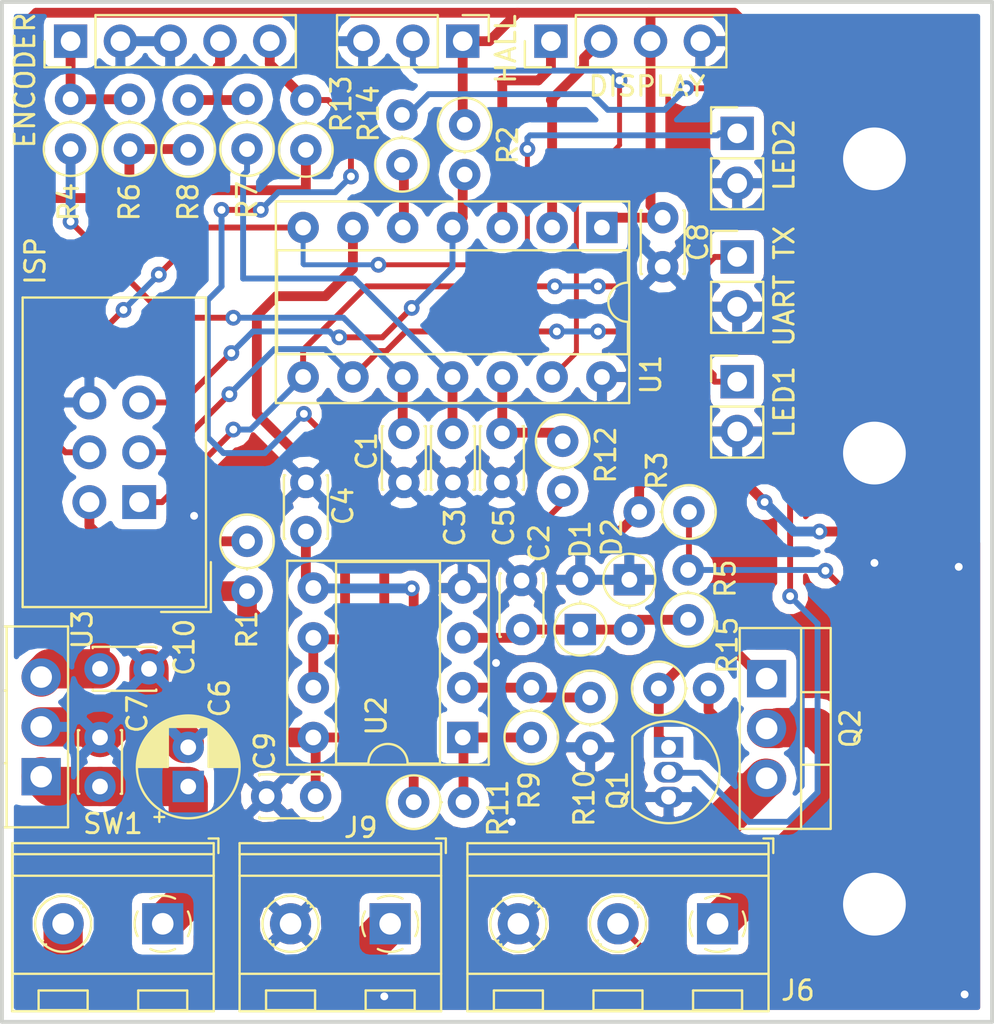
<source format=kicad_pcb>
(kicad_pcb (version 20171130) (host pcbnew 5.0.2-bee76a0~70~ubuntu18.04.1)
  (layers (0 F.Cu signal hide) (31 B.Cu signal hide) (34 B.Paste user) (35 F.Paste user) (36 B.SilkS user) (37 F.SilkS user) (38 B.Mask user) (39 F.Mask user) (44 Edge.Cuts user))
  (net 0 "")
  (net 1 PA3)
  (net 2 GND)
  (net 3 "Net-(C2-Pad2)")
  (net 4 PA2)
  (net 5 "Net-(C4-Pad2)")
  (net 6 PA1)
  (net 7 +12V)
  (net 8 +5V)
  (net 9 PA5)
  (net 10 "Net-(J1-Pad2)")
  (net 11 PA4)
  (net 12 PA6)
  (net 13 RESET)
  (net 14 TM1637_CLK)
  (net 15 TM1637_DIO)
  (net 16 HEIZELEMENT)
  (net 17 THERMOFUEHLER)
  (net 18 TASTER)
  (net 19 ENCODER_A)
  (net 20 ENCODER_B)
  (net 21 PA0)
  (net 22 "Net-(J9-Pad1)")
  (net 23 "Net-(Q1-Pad2)")
  (net 24 "Net-(Q1-Pad1)")
  (net 25 "Net-(R11-Pad2)")
  (net 26 "Net-(R10-Pad1)")
  (net 27 PB2)
  (net 28 PA7)
  (module MountingHole:MountingHole_3.2mm_M3_DIN965_Pad (layer F.Cu) (at 150 95)
    (fp_text reference " ~" (at 0 -3.8) (layer F.SilkS))
    (fp_text value MountingHole_3.2mm_M3_DIN965_Pad)
    (pad 1 thru_hole circle (at 0 0) (size 5.6 5.6) (drill 3.2) (layers *.Cu *.Mask) (net 2 GND))
  )
  (module MountingHole:MountingHole_3.2mm_M3_DIN965_Pad (layer F.Cu) (at 150 118)
    (fp_text reference " ~" (at 0 -3.8) (layer F.SilkS))
    (fp_text value MountingHole_3.2mm_M3_DIN965_Pad)
    (pad 1 thru_hole circle (at 0 0) (size 5.6 5.6) (drill 3.2) (layers *.Cu *.Mask) (net 2 GND))
  )
  (module Package_TO_SOT_THT:TO-220-3_Vertical (layer F.Cu) (at 107.5 111.5 90)
    (fp_text reference U3 (at 7.5 2.1 90) (layer F.SilkS))
    (fp_text value L7805)
    (pad 3 thru_hole oval (at 5.08 0 90) (size 1.905 2) (drill 1.1) (layers *.Cu *.Mask) (net 8 +5V))
    (pad 2 thru_hole oval (at 2.54 0 90) (size 1.905 2) (drill 1.1) (layers *.Cu *.Mask) (net 2 GND))
    (pad 1 thru_hole rect (at 0 0 90) (size 1.905 2) (drill 1.1) (layers *.Cu *.Mask) (net 7 +12V))
  )
  (module Capacitor_THT:CP_Radial_D5.0mm_P2.00mm (layer F.Cu) (at 115 112 90)
    (fp_text reference C6 (at 4.5 1.6 270) (layer F.SilkS))
    (fp_text value 100µ)
    (pad 1 thru_hole rect (at 0 0 90) (size 1.6 1.6) (drill 0.8) (layers *.Cu *.Mask) (net 7 +12V))
    (pad 2 thru_hole circle (at 2 0 90) (size 1.6 1.6) (drill 0.8) (layers *.Cu *.Mask) (net 2 GND))
  )
  (module Diode_THT:D_DO-35_SOD27_P2.54mm_Vertical_AnodeUp (layer F.Cu) (at 135 104 90)
    (fp_text reference D1 (at 4.6 0 90) (layer F.SilkS))
    (fp_text value D)
    (pad 2 thru_hole oval (at 2.54 0 90) (size 1.6 1.6) (drill 0.8) (layers *.Cu *.Mask) (net 2 GND))
    (pad 1 thru_hole rect (at 0 0 90) (size 1.6 1.6) (drill 0.8) (layers *.Cu *.Mask) (net 3 "Net-(C2-Pad2)"))
  )
  (module Diode_THT:D_DO-35_SOD27_P2.54mm_Vertical_AnodeUp (layer F.Cu) (at 137.5 101.46 270)
    (fp_text reference D2 (at -2.16 0.9 270) (layer F.SilkS))
    (fp_text value D)
    (pad 1 thru_hole rect (at 0 0 270) (size 1.6 1.6) (drill 0.8) (layers *.Cu *.Mask) (net 2 GND))
    (pad 2 thru_hole oval (at 2.54 0 270) (size 1.6 1.6) (drill 0.8) (layers *.Cu *.Mask) (net 3 "Net-(C2-Pad2)"))
  )
  (module Connector_IDC:IDC-Header_2x03_P2.54mm_Vertical (layer F.Cu) (at 112.5 97.5 180)
    (fp_text reference ISP (at 5.3 12.3 270) (layer F.SilkS))
    (fp_text value AVR-ISP-6)
    (pad 1 thru_hole rect (at 0 0 180) (size 1.7272 1.7272) (drill 1.016) (layers *.Cu *.Mask) (net 9 PA5))
    (pad 2 thru_hole oval (at 2.54 0 180) (size 1.7272 1.7272) (drill 1.016) (layers *.Cu *.Mask) (net 10 "Net-(J1-Pad2)"))
    (pad 3 thru_hole oval (at 0 2.54 180) (size 1.7272 1.7272) (drill 1.016) (layers *.Cu *.Mask) (net 11 PA4))
    (pad 4 thru_hole oval (at 2.54 2.54 180) (size 1.7272 1.7272) (drill 1.016) (layers *.Cu *.Mask) (net 12 PA6))
    (pad 5 thru_hole oval (at 0 5.08 180) (size 1.7272 1.7272) (drill 1.016) (layers *.Cu *.Mask) (net 13 RESET))
    (pad 6 thru_hole oval (at 2.54 5.08 180) (size 1.7272 1.7272) (drill 1.016) (layers *.Cu *.Mask) (net 2 GND))
  )
  (module Connector_PinHeader_2.54mm:PinHeader_1x02_P2.54mm_Vertical (layer F.Cu) (at 143 85)
    (fp_text reference "UART TX" (at 2.4 1.5 90) (layer F.SilkS))
    (fp_text value UART_TX)
    (pad 1 thru_hole rect (at 0 0) (size 1.7 1.7) (drill 1) (layers *.Cu *.Mask) (net 9 PA5))
    (pad 2 thru_hole oval (at 0 2.54) (size 1.7 1.7) (drill 1) (layers *.Cu *.Mask) (net 2 GND))
  )
  (module Connector_PinHeader_2.54mm:PinHeader_1x04_P2.54mm_Vertical (layer F.Cu) (at 133.5 74 90)
    (fp_text reference DISPLAY (at -2.3 4.9 180) (layer F.SilkS))
    (fp_text value TM1637_Display)
    (pad 1 thru_hole rect (at 0 0 90) (size 1.7 1.7) (drill 1) (layers *.Cu *.Mask) (net 14 TM1637_CLK))
    (pad 2 thru_hole oval (at 0 2.54 90) (size 1.7 1.7) (drill 1) (layers *.Cu *.Mask) (net 15 TM1637_DIO))
    (pad 3 thru_hole oval (at 0 5.08 90) (size 1.7 1.7) (drill 1) (layers *.Cu *.Mask) (net 8 +5V))
    (pad 4 thru_hole oval (at 0 7.62 90) (size 1.7 1.7) (drill 1) (layers *.Cu *.Mask) (net 2 GND))
  )
  (module Connector_PinHeader_2.54mm:PinHeader_1x02_P2.54mm_Vertical (layer F.Cu) (at 143 78.7)
    (fp_text reference LED2 (at 2.4 1.1 90) (layer F.SilkS))
    (fp_text value LED2)
    (pad 2 thru_hole oval (at 0 2.54) (size 1.7 1.7) (drill 1) (layers *.Cu *.Mask) (net 2 GND))
    (pad 1 thru_hole rect (at 0 0) (size 1.7 1.7) (drill 1) (layers *.Cu *.Mask) (net 12 PA6))
  )
  (module Connector_PinHeader_2.54mm:PinHeader_1x02_P2.54mm_Vertical (layer F.Cu) (at 143 91.36)
    (fp_text reference LED1 (at 2.4 1.04 90) (layer F.SilkS))
    (fp_text value LED1)
    (pad 1 thru_hole rect (at 0 0) (size 1.7 1.7) (drill 1) (layers *.Cu *.Mask) (net 11 PA4))
    (pad 2 thru_hole oval (at 0 2.54) (size 1.7 1.7) (drill 1) (layers *.Cu *.Mask) (net 2 GND))
  )
  (module TerminalBlock_RND:TerminalBlock_RND_205-00233_1x03_P5.08mm_Horizontal (layer F.Cu) (at 142 119 180)
    (fp_text reference J6 (at -4.1 -3.4 180) (layer F.SilkS))
    (fp_text value "Weller RT Loetspitze")
    (pad 1 thru_hole rect (at 0 0 180) (size 2.1 2.1) (drill 1.1) (layers *.Cu *.Mask) (net 16 HEIZELEMENT))
    (pad 2 thru_hole circle (at 5.08 0 180) (size 2.1 2.1) (drill 1.1) (layers *.Cu *.Mask) (net 17 THERMOFUEHLER))
    (pad 3 thru_hole circle (at 10.16 0 180) (size 2.1 2.1) (drill 1.1) (layers *.Cu *.Mask) (net 2 GND))
  )
  (module Connector_PinHeader_2.54mm:PinHeader_1x05_P2.54mm_Vertical (layer F.Cu) (at 109 74 90)
    (fp_text reference ENCODER (at -2 -2.33 90) (layer F.SilkS))
    (fp_text value Drehencoder)
    (pad 1 thru_hole rect (at 0 0 90) (size 1.7 1.7) (drill 1) (layers *.Cu *.Mask) (net 18 TASTER))
    (pad 2 thru_hole oval (at 0 2.54 90) (size 1.7 1.7) (drill 1) (layers *.Cu *.Mask) (net 2 GND))
    (pad 3 thru_hole oval (at 0 5.08 90) (size 1.7 1.7) (drill 1) (layers *.Cu *.Mask) (net 2 GND))
    (pad 4 thru_hole oval (at 0 7.62 90) (size 1.7 1.7) (drill 1) (layers *.Cu *.Mask) (net 19 ENCODER_A))
    (pad 5 thru_hole oval (at 0 10.16 90) (size 1.7 1.7) (drill 1) (layers *.Cu *.Mask) (net 20 ENCODER_B))
  )
  (module Connector_PinHeader_2.54mm:PinHeader_1x03_P2.54mm_Vertical (layer F.Cu) (at 129 74 270)
    (fp_text reference HALL (at 0.4 -2.2 270) (layer F.SilkS))
    (fp_text value Halterung_Detektion)
    (pad 1 thru_hole rect (at 0 0 270) (size 1.7 1.7) (drill 1) (layers *.Cu *.Mask) (net 8 +5V))
    (pad 2 thru_hole oval (at 0 2.54 270) (size 1.7 1.7) (drill 1) (layers *.Cu *.Mask) (net 21 PA0))
    (pad 3 thru_hole oval (at 0 5.08 270) (size 1.7 1.7) (drill 1) (layers *.Cu *.Mask) (net 2 GND))
  )
  (module TerminalBlock_RND:TerminalBlock_RND_205-00232_1x02_P5.08mm_Horizontal (layer F.Cu) (at 125.3 119 180)
    (fp_text reference J9 (at 1.5 4.9 180) (layer F.SilkS))
    (fp_text value Netzteil)
    (pad 1 thru_hole rect (at 0 0 180) (size 2.1 2.1) (drill 1.1) (layers *.Cu *.Mask) (net 22 "Net-(J9-Pad1)"))
    (pad 2 thru_hole circle (at 5.08 0 180) (size 2.1 2.1) (drill 1.1) (layers *.Cu *.Mask) (net 2 GND))
  )
  (module Package_TO_SOT_THT:TO-92_Inline (layer F.Cu) (at 139.5 110 270)
    (fp_text reference Q1 (at 2.2 2.6 270) (layer F.SilkS))
    (fp_text value BS170)
    (pad 2 thru_hole oval (at 1.27 0 270) (size 1.05 1.5) (drill 0.75) (layers *.Cu *.Mask) (net 23 "Net-(Q1-Pad2)"))
    (pad 3 thru_hole oval (at 2.54 0 270) (size 1.05 1.5) (drill 0.75) (layers *.Cu *.Mask) (net 2 GND))
    (pad 1 thru_hole rect (at 0 0 270) (size 1.05 1.5) (drill 0.75) (layers *.Cu *.Mask) (net 24 "Net-(Q1-Pad1)"))
  )
  (module Package_TO_SOT_THT:TO-220-3_Vertical (layer F.Cu) (at 144.5 106.5 270)
    (fp_text reference Q2 (at 2.54 -4.27 270) (layer F.SilkS))
    (fp_text value IRF4905)
    (pad 1 thru_hole rect (at 0 0 270) (size 1.905 2) (drill 1.1) (layers *.Cu *.Mask) (net 24 "Net-(Q1-Pad1)"))
    (pad 2 thru_hole oval (at 2.54 0 270) (size 1.905 2) (drill 1.1) (layers *.Cu *.Mask) (net 16 HEIZELEMENT))
    (pad 3 thru_hole oval (at 5.08 0 270) (size 1.905 2) (drill 1.1) (layers *.Cu *.Mask) (net 7 +12V))
  )
  (module Resistor_THT:R_Axial_DIN0207_L6.3mm_D2.5mm_P2.54mm_Vertical (layer F.Cu) (at 118 99.5 270)
    (fp_text reference R1 (at 4.5 0 270) (layer F.SilkS))
    (fp_text value 10)
    (pad 2 thru_hole oval (at 2.54 0 270) (size 1.6 1.6) (drill 0.8) (layers *.Cu *.Mask) (net 8 +5V))
    (pad 1 thru_hole circle (at 0 0 270) (size 1.6 1.6) (drill 0.8) (layers *.Cu *.Mask) (net 10 "Net-(J1-Pad2)"))
  )
  (module Resistor_THT:R_Axial_DIN0207_L6.3mm_D2.5mm_P2.54mm_Vertical (layer F.Cu) (at 129.1 78.26 270)
    (fp_text reference R2 (at 1.04 -2.2 270) (layer F.SilkS))
    (fp_text value 10k)
    (pad 1 thru_hole circle (at 0 0 270) (size 1.6 1.6) (drill 0.8) (layers *.Cu *.Mask) (net 8 +5V))
    (pad 2 thru_hole oval (at 2.54 0 270) (size 1.6 1.6) (drill 0.8) (layers *.Cu *.Mask) (net 13 RESET))
  )
  (module Resistor_THT:R_Axial_DIN0207_L6.3mm_D2.5mm_P2.54mm_Vertical (layer F.Cu) (at 140.54 98 180)
    (fp_text reference R3 (at 1.64 2.1 270) (layer F.SilkS))
    (fp_text value 1M)
    (pad 1 thru_hole circle (at 0 0 180) (size 1.6 1.6) (drill 0.8) (layers *.Cu *.Mask) (net 17 THERMOFUEHLER))
    (pad 2 thru_hole oval (at 2.54 0 180) (size 1.6 1.6) (drill 0.8) (layers *.Cu *.Mask) (net 8 +5V))
  )
  (module Resistor_THT:R_Axial_DIN0207_L6.3mm_D2.5mm_P2.54mm_Vertical (layer F.Cu) (at 109 79.5 90)
    (fp_text reference R4 (at -2.7 -0.1 90) (layer F.SilkS))
    (fp_text value 10k)
    (pad 2 thru_hole oval (at 2.54 0 90) (size 1.6 1.6) (drill 0.8) (layers *.Cu *.Mask) (net 18 TASTER))
    (pad 1 thru_hole circle (at 0 0 90) (size 1.6 1.6) (drill 0.8) (layers *.Cu *.Mask) (net 1 PA3))
  )
  (module Resistor_THT:R_Axial_DIN0207_L6.3mm_D2.5mm_P2.54mm_Vertical (layer F.Cu) (at 140.5 103.5 90)
    (fp_text reference R5 (at 2.1 1.9 90) (layer F.SilkS))
    (fp_text value 5.6k)
    (pad 1 thru_hole circle (at 0 0 90) (size 1.6 1.6) (drill 0.8) (layers *.Cu *.Mask) (net 3 "Net-(C2-Pad2)"))
    (pad 2 thru_hole oval (at 2.54 0 90) (size 1.6 1.6) (drill 0.8) (layers *.Cu *.Mask) (net 17 THERMOFUEHLER))
  )
  (module Resistor_THT:R_Axial_DIN0207_L6.3mm_D2.5mm_P2.54mm_Vertical (layer F.Cu) (at 112 79.5 90)
    (fp_text reference R6 (at -2.7 0 90) (layer F.SilkS))
    (fp_text value 10k)
    (pad 1 thru_hole circle (at 0 0 90) (size 1.6 1.6) (drill 0.8) (layers *.Cu *.Mask) (net 8 +5V))
    (pad 2 thru_hole oval (at 2.54 0 90) (size 1.6 1.6) (drill 0.8) (layers *.Cu *.Mask) (net 18 TASTER))
  )
  (module Resistor_THT:R_Axial_DIN0207_L6.3mm_D2.5mm_P2.54mm_Vertical (layer F.Cu) (at 118 79.5 90)
    (fp_text reference R7 (at -2.6 0 90) (layer F.SilkS))
    (fp_text value 10k)
    (pad 2 thru_hole oval (at 2.54 0 90) (size 1.6 1.6) (drill 0.8) (layers *.Cu *.Mask) (net 19 ENCODER_A))
    (pad 1 thru_hole circle (at 0 0 90) (size 1.6 1.6) (drill 0.8) (layers *.Cu *.Mask) (net 4 PA2))
  )
  (module Resistor_THT:R_Axial_DIN0207_L6.3mm_D2.5mm_P2.54mm_Vertical (layer F.Cu) (at 115 79.54 90)
    (fp_text reference R8 (at -2.66 0 90) (layer F.SilkS))
    (fp_text value 10k)
    (pad 1 thru_hole circle (at 0 0 90) (size 1.6 1.6) (drill 0.8) (layers *.Cu *.Mask) (net 8 +5V))
    (pad 2 thru_hole oval (at 2.54 0 90) (size 1.6 1.6) (drill 0.8) (layers *.Cu *.Mask) (net 19 ENCODER_A))
  )
  (module Resistor_THT:R_Axial_DIN0207_L6.3mm_D2.5mm_P2.54mm_Vertical (layer F.Cu) (at 132.5 109.5 90)
    (fp_text reference R9 (at -2.7 -0.1 90) (layer F.SilkS))
    (fp_text value 100k)
    (pad 1 thru_hole circle (at 0 0 90) (size 1.6 1.6) (drill 0.8) (layers *.Cu *.Mask) (net 25 "Net-(R11-Pad2)"))
    (pad 2 thru_hole oval (at 2.54 0 90) (size 1.6 1.6) (drill 0.8) (layers *.Cu *.Mask) (net 26 "Net-(R10-Pad1)"))
  )
  (module Resistor_THT:R_Axial_DIN0207_L6.3mm_D2.5mm_P2.54mm_Vertical (layer F.Cu) (at 135.5 107.46 270)
    (fp_text reference R10 (at 5.14 0.3 270) (layer F.SilkS))
    (fp_text value 1k)
    (pad 2 thru_hole oval (at 2.54 0 270) (size 1.6 1.6) (drill 0.8) (layers *.Cu *.Mask) (net 2 GND))
    (pad 1 thru_hole circle (at 0 0 270) (size 1.6 1.6) (drill 0.8) (layers *.Cu *.Mask) (net 26 "Net-(R10-Pad1)"))
  )
  (module Resistor_THT:R_Axial_DIN0207_L6.3mm_D2.5mm_P2.54mm_Vertical (layer F.Cu) (at 126.5 112.8)
    (fp_text reference R11 (at 4.3 0.3 90) (layer F.SilkS))
    (fp_text value 100k)
    (pad 2 thru_hole oval (at 2.54 0) (size 1.6 1.6) (drill 0.8) (layers *.Cu *.Mask) (net 25 "Net-(R11-Pad2)"))
    (pad 1 thru_hole circle (at 0 0) (size 1.6 1.6) (drill 0.8) (layers *.Cu *.Mask) (net 5 "Net-(C4-Pad2)"))
  )
  (module Resistor_THT:R_Axial_DIN0207_L6.3mm_D2.5mm_P2.54mm_Vertical (layer F.Cu) (at 134.1 94.4 270)
    (fp_text reference R12 (at 0.7 -2.2 270) (layer F.SilkS))
    (fp_text value 10k)
    (pad 1 thru_hole circle (at 0 0 270) (size 1.6 1.6) (drill 0.8) (layers *.Cu *.Mask) (net 6 PA1))
    (pad 2 thru_hole oval (at 2.54 0 270) (size 1.6 1.6) (drill 0.8) (layers *.Cu *.Mask) (net 20 ENCODER_B))
  )
  (module Resistor_THT:R_Axial_DIN0207_L6.3mm_D2.5mm_P2.54mm_Vertical (layer F.Cu) (at 121 79.54 90)
    (fp_text reference R13 (at 2.34 1.8 90) (layer F.SilkS))
    (fp_text value 10k)
    (pad 2 thru_hole oval (at 2.54 0 90) (size 1.6 1.6) (drill 0.8) (layers *.Cu *.Mask) (net 20 ENCODER_B))
    (pad 1 thru_hole circle (at 0 0 90) (size 1.6 1.6) (drill 0.8) (layers *.Cu *.Mask) (net 8 +5V))
  )
  (module Resistor_THT:R_Axial_DIN0207_L6.3mm_D2.5mm_P2.54mm_Vertical (layer F.Cu) (at 125.9 80.3 90)
    (fp_text reference R14 (at 2.6 -1.7 90) (layer F.SilkS))
    (fp_text value 220)
    (pad 2 thru_hole oval (at 2.54 0 90) (size 1.6 1.6) (drill 0.8) (layers *.Cu *.Mask) (net 23 "Net-(Q1-Pad2)"))
    (pad 1 thru_hole circle (at 0 0 90) (size 1.6 1.6) (drill 0.8) (layers *.Cu *.Mask) (net 27 PB2))
  )
  (module Resistor_THT:R_Axial_DIN0207_L6.3mm_D2.5mm_P2.54mm_Vertical (layer F.Cu) (at 139 107)
    (fp_text reference R15 (at 3.5 -2.2 90) (layer F.SilkS))
    (fp_text value 1k)
    (pad 1 thru_hole circle (at 0 0) (size 1.6 1.6) (drill 0.8) (layers *.Cu *.Mask) (net 24 "Net-(Q1-Pad1)"))
    (pad 2 thru_hole oval (at 2.54 0) (size 1.6 1.6) (drill 0.8) (layers *.Cu *.Mask) (net 7 +12V))
  )
  (module TerminalBlock_RND:TerminalBlock_RND_205-00232_1x02_P5.08mm_Horizontal (layer F.Cu) (at 113.7 119 180)
    (fp_text reference SW1 (at 2.54 5.1 180) (layer F.SilkS))
    (fp_text value SW_SPST)
    (pad 2 thru_hole circle (at 5.08 0 180) (size 2.1 2.1) (drill 1.1) (layers *.Cu *.Mask) (net 22 "Net-(J9-Pad1)"))
    (pad 1 thru_hole rect (at 0 0 180) (size 2.1 2.1) (drill 1.1) (layers *.Cu *.Mask) (net 7 +12V))
  )
  (module Package_DIP:DIP-14_W7.62mm_Socket (layer F.Cu) (at 136.1 83.5 270)
    (fp_text reference U1 (at 7.5 -2.5 270) (layer F.SilkS))
    (fp_text value ATtiny24A-PU)
    (pad 1 thru_hole rect (at 0 0 270) (size 1.6 1.6) (drill 0.8) (layers *.Cu *.Mask) (net 8 +5V))
    (pad 8 thru_hole oval (at 7.62 15.24 270) (size 1.6 1.6) (drill 0.8) (layers *.Cu *.Mask) (net 9 PA5))
    (pad 2 thru_hole oval (at 0 2.54 270) (size 1.6 1.6) (drill 0.8) (layers *.Cu *.Mask) (net 15 TM1637_DIO))
    (pad 9 thru_hole oval (at 7.62 12.7 270) (size 1.6 1.6) (drill 0.8) (layers *.Cu *.Mask) (net 11 PA4))
    (pad 3 thru_hole oval (at 0 5.08 270) (size 1.6 1.6) (drill 0.8) (layers *.Cu *.Mask) (net 14 TM1637_CLK))
    (pad 10 thru_hole oval (at 7.62 10.16 270) (size 1.6 1.6) (drill 0.8) (layers *.Cu *.Mask) (net 1 PA3))
    (pad 4 thru_hole oval (at 0 7.62 270) (size 1.6 1.6) (drill 0.8) (layers *.Cu *.Mask) (net 13 RESET))
    (pad 11 thru_hole oval (at 7.62 7.62 270) (size 1.6 1.6) (drill 0.8) (layers *.Cu *.Mask) (net 4 PA2))
    (pad 5 thru_hole oval (at 0 10.16 270) (size 1.6 1.6) (drill 0.8) (layers *.Cu *.Mask) (net 27 PB2))
    (pad 12 thru_hole oval (at 7.62 5.08 270) (size 1.6 1.6) (drill 0.8) (layers *.Cu *.Mask) (net 6 PA1))
    (pad 6 thru_hole oval (at 0 12.7 270) (size 1.6 1.6) (drill 0.8) (layers *.Cu *.Mask) (net 28 PA7))
    (pad 13 thru_hole oval (at 7.62 2.54 270) (size 1.6 1.6) (drill 0.8) (layers *.Cu *.Mask) (net 21 PA0))
    (pad 7 thru_hole oval (at 0 15.24 270) (size 1.6 1.6) (drill 0.8) (layers *.Cu *.Mask) (net 12 PA6))
    (pad 14 thru_hole oval (at 7.62 0 270) (size 1.6 1.6) (drill 0.8) (layers *.Cu *.Mask) (net 2 GND))
  )
  (module Package_DIP:DIP-8_W7.62mm_Socket (layer F.Cu) (at 129 109.5 180)
    (fp_text reference U2 (at 4.4 1.1 270) (layer F.SilkS))
    (fp_text value MCP607)
    (pad 1 thru_hole rect (at 0 0 180) (size 1.6 1.6) (drill 0.8) (layers *.Cu *.Mask) (net 25 "Net-(R11-Pad2)"))
    (pad 5 thru_hole oval (at 7.62 7.62 180) (size 1.6 1.6) (drill 0.8) (layers *.Cu *.Mask) (net 5 "Net-(C4-Pad2)"))
    (pad 2 thru_hole oval (at 0 2.54 180) (size 1.6 1.6) (drill 0.8) (layers *.Cu *.Mask) (net 26 "Net-(R10-Pad1)"))
    (pad 6 thru_hole oval (at 7.62 5.08 180) (size 1.6 1.6) (drill 0.8) (layers *.Cu *.Mask) (net 28 PA7))
    (pad 3 thru_hole oval (at 0 5.08 180) (size 1.6 1.6) (drill 0.8) (layers *.Cu *.Mask) (net 3 "Net-(C2-Pad2)"))
    (pad 7 thru_hole oval (at 7.62 2.54 180) (size 1.6 1.6) (drill 0.8) (layers *.Cu *.Mask) (net 28 PA7))
    (pad 4 thru_hole oval (at 0 7.62 180) (size 1.6 1.6) (drill 0.8) (layers *.Cu *.Mask) (net 2 GND))
    (pad 8 thru_hole oval (at 7.62 0 180) (size 1.6 1.6) (drill 0.8) (layers *.Cu *.Mask) (net 8 +5V))
  )
  (module Capacitor_THT:C_Disc_D3.0mm_W2.0mm_P2.50mm (layer F.Cu) (at 126 94 270)
    (fp_text reference C1 (at 0.9 1.9 270) (layer F.SilkS))
    (fp_text value 10n)
    (pad 1 thru_hole circle (at 0 0 270) (size 1.6 1.6) (drill 0.8) (layers *.Cu *.Mask) (net 1 PA3))
    (pad 2 thru_hole circle (at 2.5 0 270) (size 1.6 1.6) (drill 0.8) (layers *.Cu *.Mask) (net 2 GND))
  )
  (module Capacitor_THT:C_Disc_D3.0mm_W2.0mm_P2.50mm (layer F.Cu) (at 132 101.5 270)
    (fp_text reference C2 (at -1.9 -0.9 270) (layer F.SilkS))
    (fp_text value 10n)
    (pad 1 thru_hole circle (at 0 0 270) (size 1.6 1.6) (drill 0.8) (layers *.Cu *.Mask) (net 2 GND))
    (pad 2 thru_hole circle (at 2.5 0 270) (size 1.6 1.6) (drill 0.8) (layers *.Cu *.Mask) (net 3 "Net-(C2-Pad2)"))
  )
  (module Capacitor_THT:C_Disc_D3.0mm_W2.0mm_P2.50mm (layer F.Cu) (at 128.5 94 270)
    (fp_text reference C3 (at 4.8 -0.1 270) (layer F.SilkS))
    (fp_text value 10n)
    (pad 1 thru_hole circle (at 0 0 270) (size 1.6 1.6) (drill 0.8) (layers *.Cu *.Mask) (net 4 PA2))
    (pad 2 thru_hole circle (at 2.5 0 270) (size 1.6 1.6) (drill 0.8) (layers *.Cu *.Mask) (net 2 GND))
  )
  (module Capacitor_THT:C_Disc_D3.0mm_W2.0mm_P2.50mm (layer F.Cu) (at 121 96.5 270)
    (fp_text reference C4 (at 1.2 -1.9 270) (layer F.SilkS))
    (fp_text value 10n)
    (pad 2 thru_hole circle (at 2.5 0 270) (size 1.6 1.6) (drill 0.8) (layers *.Cu *.Mask) (net 5 "Net-(C4-Pad2)"))
    (pad 1 thru_hole circle (at 0 0 270) (size 1.6 1.6) (drill 0.8) (layers *.Cu *.Mask) (net 2 GND))
  )
  (module Capacitor_THT:C_Disc_D3.0mm_W2.0mm_P2.50mm (layer F.Cu) (at 131 94 270)
    (fp_text reference C5 (at 4.8 -0.1 270) (layer F.SilkS))
    (fp_text value 10n)
    (pad 2 thru_hole circle (at 2.5 0 270) (size 1.6 1.6) (drill 0.8) (layers *.Cu *.Mask) (net 2 GND))
    (pad 1 thru_hole circle (at 0 0 270) (size 1.6 1.6) (drill 0.8) (layers *.Cu *.Mask) (net 6 PA1))
  )
  (module Capacitor_THT:C_Disc_D3.0mm_W2.0mm_P2.50mm (layer F.Cu) (at 110.5 112 90)
    (fp_text reference C7 (at 3.7 1.9 90) (layer F.SilkS))
    (fp_text value 330n)
    (pad 1 thru_hole circle (at 0 0 90) (size 1.6 1.6) (drill 0.8) (layers *.Cu *.Mask) (net 7 +12V))
    (pad 2 thru_hole circle (at 2.5 0 90) (size 1.6 1.6) (drill 0.8) (layers *.Cu *.Mask) (net 2 GND))
  )
  (module Capacitor_THT:C_Disc_D3.0mm_W2.0mm_P2.50mm (layer F.Cu) (at 139.2 83 270)
    (fp_text reference C8 (at 1.25 -1.8 270) (layer F.SilkS))
    (fp_text value 100n)
    (pad 2 thru_hole circle (at 2.5 0 270) (size 1.6 1.6) (drill 0.8) (layers *.Cu *.Mask) (net 2 GND))
    (pad 1 thru_hole circle (at 0 0 270) (size 1.6 1.6) (drill 0.8) (layers *.Cu *.Mask) (net 8 +5V))
  )
  (module Capacitor_THT:C_Disc_D3.0mm_W2.0mm_P2.50mm (layer F.Cu) (at 121.5 112.5 180)
    (fp_text reference C9 (at 2.6 2.3 270) (layer F.SilkS))
    (fp_text value 100n)
    (pad 1 thru_hole circle (at 0 0 180) (size 1.6 1.6) (drill 0.8) (layers *.Cu *.Mask) (net 8 +5V))
    (pad 2 thru_hole circle (at 2.5 0 180) (size 1.6 1.6) (drill 0.8) (layers *.Cu *.Mask) (net 2 GND))
  )
  (module Capacitor_THT:C_Disc_D3.0mm_W2.0mm_P2.50mm (layer F.Cu) (at 110.5 106)
    (fp_text reference C10 (at 4.3 -1.1 90) (layer F.SilkS))
    (fp_text value 100n)
    (pad 2 thru_hole circle (at 2.5 0) (size 1.6 1.6) (drill 0.8) (layers *.Cu *.Mask) (net 2 GND))
    (pad 1 thru_hole circle (at 0 0) (size 1.6 1.6) (drill 0.8) (layers *.Cu *.Mask) (net 8 +5V))
  )
  (module MountingHole:MountingHole_3.2mm_M3_DIN965_Pad (layer F.Cu) (at 150 80)
    (fp_text reference " ~" (at 0 -3.8) (layer F.SilkS))
    (fp_text value MountingHole_3.2mm_M3_DIN965_Pad)
    (pad 1 thru_hole circle (at 0 0) (size 5.6 5.6) (drill 3.2) (layers *.Cu *.Mask) (net 2 GND))
  )
  (gr_line (start 105.5 124) (end 105.5 72) (layer Edge.Cuts) (width 0.2))
  (gr_line (start 156 72) (end 105.5 72) (layer Edge.Cuts) (width 0.2))
  (gr_line (start 156 124) (end 156 72) (layer Edge.Cuts) (width 0.2))
  (gr_line (start 105.5 124) (end 156 124) (layer Edge.Cuts) (width 0.2))
  (segment (start 125.94 93.94) (end 126 94) (width 0.5) (layer F.Cu) (net 1))
  (segment (start 125.94 91.12) (end 125.94 93.94) (width 0.5) (layer F.Cu) (net 1))
  (via (at 109 83.2) (size 0.8) (drill 0.4) (layers F.Cu B.Cu) (net 1))
  (segment (start 109 79.5) (end 109 83.2) (width 0.5) (layer B.Cu) (net 1))
  (via (at 117.3 88.1) (size 0.8) (drill 0.4) (layers F.Cu B.Cu) (net 1))
  (segment (start 125.94 91.12) (end 122.92 88.1) (width 0.3) (layer B.Cu) (net 1))
  (segment (start 122.92 88.1) (end 117.3 88.1) (width 0.3) (layer B.Cu) (net 1))
  (segment (start 113.9 88.1) (end 109 83.2) (width 0.3) (layer F.Cu) (net 1))
  (segment (start 117.3 88.1) (end 113.9 88.1) (width 0.3) (layer F.Cu) (net 1))
  (segment (start 113 108) (end 114.79999 109.79999) (width 2) (layer F.Cu) (net 2))
  (segment (start 113 106) (end 113 108) (width 2) (layer F.Cu) (net 2))
  (segment (start 112 108) (end 113 108) (width 2) (layer F.Cu) (net 2))
  (segment (start 110.5 109.5) (end 112 108) (width 2) (layer F.Cu) (net 2))
  (via (at 150 100.6) (size 0.8) (drill 0.4) (layers F.Cu B.Cu) (net 2))
  (via (at 154.3 100.8) (size 0.8) (drill 0.4) (layers F.Cu B.Cu) (net 2))
  (via (at 154.6 122.6) (size 0.8) (drill 0.4) (layers F.Cu B.Cu) (net 2))
  (via (at 125 122.7) (size 0.8) (drill 0.4) (layers F.Cu B.Cu) (net 2))
  (via (at 130.7 105.7) (size 0.8) (drill 0.4) (layers F.Cu B.Cu) (net 2))
  (via (at 131.5 113.8) (size 0.8) (drill 0.4) (layers F.Cu B.Cu) (net 2))
  (via (at 115.3 98.2) (size 0.8) (drill 0.4) (layers F.Cu B.Cu) (net 2))
  (segment (start 109.96 108.96) (end 110.5 109.5) (width 2) (layer F.Cu) (net 2))
  (segment (start 107.5 108.96) (end 109.96 108.96) (width 2) (layer F.Cu) (net 2))
  (segment (start 138 103.5) (end 137.5 104) (width 0.5) (layer F.Cu) (net 3))
  (segment (start 140.5 103.5) (end 138 103.5) (width 0.5) (layer F.Cu) (net 3))
  (segment (start 132 104) (end 137.5 104) (width 0.5) (layer F.Cu) (net 3))
  (segment (start 131.58 104.42) (end 132 104) (width 0.5) (layer F.Cu) (net 3))
  (segment (start 129 104.42) (end 131.58 104.42) (width 0.5) (layer F.Cu) (net 3))
  (segment (start 128.48 93.98) (end 128.5 94) (width 0.5) (layer F.Cu) (net 4))
  (segment (start 128.48 91.12) (end 128.48 93.98) (width 0.5) (layer F.Cu) (net 4))
  (segment (start 128.48 91.12) (end 123.46 86.1) (width 0.3) (layer B.Cu) (net 4))
  (segment (start 118 80.63137) (end 117.8 80.83137) (width 0.3) (layer B.Cu) (net 4))
  (segment (start 118 79.5) (end 118 80.63137) (width 0.3) (layer B.Cu) (net 4))
  (segment (start 117.8 80.83137) (end 117.8 86.1) (width 0.3) (layer B.Cu) (net 4))
  (segment (start 117.8 86.1) (end 123.46 86.1) (width 0.3) (layer B.Cu) (net 4))
  (segment (start 121 101.5) (end 121.38 101.88) (width 0.5) (layer F.Cu) (net 5))
  (segment (start 121 99) (end 121 101.5) (width 0.5) (layer F.Cu) (net 5))
  (via (at 126.4 101.9) (size 0.8) (drill 0.4) (layers F.Cu B.Cu) (net 5))
  (segment (start 126.5 113) (end 126.5 102) (width 0.5) (layer F.Cu) (net 5))
  (segment (start 126.5 102) (end 126.4 101.9) (width 0.5) (layer F.Cu) (net 5))
  (segment (start 121.4 101.9) (end 121.38 101.88) (width 0.5) (layer B.Cu) (net 5))
  (segment (start 126.4 101.9) (end 121.4 101.9) (width 0.5) (layer B.Cu) (net 5))
  (segment (start 131.02 93.98) (end 131 94) (width 0.5) (layer F.Cu) (net 6))
  (segment (start 131.02 91.12) (end 131.02 93.98) (width 0.5) (layer F.Cu) (net 6))
  (segment (start 131.04 93.96) (end 131 94) (width 0.5) (layer F.Cu) (net 6))
  (segment (start 133.74 94.4) (end 133.3 93.96) (width 0.3) (layer F.Cu) (net 6))
  (segment (start 134.1 94.4) (end 133.74 94.4) (width 0.3) (layer F.Cu) (net 6))
  (segment (start 134 93.96) (end 133.3 93.96) (width 0.5) (layer F.Cu) (net 6))
  (segment (start 133.3 93.96) (end 131.04 93.96) (width 0.5) (layer F.Cu) (net 6))
  (segment (start 115 117.7) (end 113.7 119) (width 2) (layer F.Cu) (net 7))
  (segment (start 110.5 112) (end 115 112) (width 2) (layer F.Cu) (net 7))
  (segment (start 108 112) (end 110.5 112) (width 2) (layer F.Cu) (net 7))
  (segment (start 107.5 111.5) (end 108 112) (width 2) (layer F.Cu) (net 7))
  (segment (start 140.0325 116) (end 115 116) (width 2) (layer F.Cu) (net 7))
  (segment (start 144.4525 111.58) (end 140.0325 116) (width 2) (layer F.Cu) (net 7))
  (segment (start 144.5 111.58) (end 144.4525 111.58) (width 2) (layer F.Cu) (net 7))
  (segment (start 115 112) (end 115 116) (width 2) (layer F.Cu) (net 7))
  (segment (start 115 116) (end 115 117.7) (width 2) (layer F.Cu) (net 7))
  (segment (start 141.9 110.48) (end 143 111.58) (width 0.5) (layer F.Cu) (net 7))
  (segment (start 143 111.58) (end 144.5 111.58) (width 0.5) (layer F.Cu) (net 7))
  (segment (start 141.9 108.49137) (end 141.9 110.48) (width 0.5) (layer F.Cu) (net 7))
  (segment (start 141.54 108.13137) (end 141.9 108.49137) (width 0.5) (layer F.Cu) (net 7))
  (segment (start 141.54 107) (end 141.54 108.13137) (width 0.5) (layer F.Cu) (net 7))
  (segment (start 121.5 109.62) (end 121.38 109.5) (width 0.5) (layer F.Cu) (net 8))
  (segment (start 121.5 112.5) (end 121.5 109.62) (width 0.5) (layer F.Cu) (net 8))
  (segment (start 121.38 109.5) (end 125 109.5) (width 0.5) (layer F.Cu) (net 8))
  (segment (start 125 109.5) (end 125 99) (width 0.5) (layer F.Cu) (net 8))
  (segment (start 137 99) (end 138 98) (width 0.5) (layer F.Cu) (net 8))
  (segment (start 125 99) (end 137 99) (width 0.5) (layer F.Cu) (net 8))
  (segment (start 138.58 82.38) (end 139.2 83) (width 0.5) (layer F.Cu) (net 8))
  (segment (start 138.58 74) (end 138.58 82.38) (width 0.5) (layer F.Cu) (net 8))
  (segment (start 136.6 83) (end 136.1 83.5) (width 0.5) (layer F.Cu) (net 8))
  (segment (start 139.2 83) (end 136.6 83) (width 0.5) (layer F.Cu) (net 8))
  (segment (start 129 74) (end 129 78.46) (width 0.5) (layer F.Cu) (net 8))
  (segment (start 130.35 74) (end 131.79999 72.55001) (width 0.5) (layer F.Cu) (net 8))
  (segment (start 129 74) (end 130.35 74) (width 0.5) (layer F.Cu) (net 8))
  (segment (start 131.79999 72.55001) (end 138.5 72.55001) (width 0.5) (layer F.Cu) (net 8))
  (segment (start 138.58 72.63001) (end 138.58 74) (width 0.5) (layer F.Cu) (net 8))
  (segment (start 138.5 72.55001) (end 138.58 72.63001) (width 0.5) (layer F.Cu) (net 8))
  (segment (start 112 81.9) (end 112 79.5) (width 0.5) (layer F.Cu) (net 8))
  (segment (start 107.24999 72.55001) (end 107 72.8) (width 0.5) (layer F.Cu) (net 8))
  (segment (start 131.79999 72.55001) (end 107.24999 72.55001) (width 0.5) (layer F.Cu) (net 8))
  (segment (start 107 72.8) (end 107 81.1) (width 0.5) (layer F.Cu) (net 8))
  (segment (start 107 81.1) (end 107.9 82) (width 0.5) (layer F.Cu) (net 8))
  (segment (start 107.9 82) (end 111.9 82) (width 0.5) (layer F.Cu) (net 8))
  (segment (start 111.9 82) (end 112 81.9) (width 0.5) (layer F.Cu) (net 8))
  (segment (start 114.96 79.5) (end 115 79.54) (width 0.5) (layer F.Cu) (net 8))
  (segment (start 112 79.5) (end 114.96 79.5) (width 0.5) (layer F.Cu) (net 8))
  (segment (start 112.3 81.6) (end 111.9 82) (width 0.5) (layer F.Cu) (net 8))
  (segment (start 121 79.54) (end 121 81.6) (width 0.5) (layer F.Cu) (net 8))
  (segment (start 121 81.6) (end 112.3 81.6) (width 0.5) (layer F.Cu) (net 8))
  (segment (start 118 102.04) (end 112.46 102.04) (width 1) (layer F.Cu) (net 8))
  (segment (start 110.5 104) (end 110.5 106) (width 1) (layer F.Cu) (net 8))
  (segment (start 112.46 102.04) (end 110.5 104) (width 1) (layer F.Cu) (net 8))
  (segment (start 138.5 72.55001) (end 142.85001 72.55001) (width 0.5) (layer F.Cu) (net 8))
  (segment (start 142.85001 72.55001) (end 144.5 74.2) (width 0.5) (layer F.Cu) (net 8))
  (segment (start 144.5 74.2) (end 152 74.2) (width 0.5) (layer F.Cu) (net 8))
  (segment (start 152 74.2) (end 154.5 76.7) (width 0.5) (layer F.Cu) (net 8))
  (segment (start 154.5 76.7) (end 154.8 77) (width 0.5) (layer F.Cu) (net 8))
  (segment (start 154.8 77) (end 154.8 98.8) (width 0.5) (layer F.Cu) (net 8))
  (via (at 147.2 99) (size 0.8) (drill 0.4) (layers F.Cu B.Cu) (net 8))
  (segment (start 154.8 98.8) (end 154.6 99) (width 0.5) (layer F.Cu) (net 8))
  (segment (start 154.6 99) (end 147.2 99) (width 0.5) (layer F.Cu) (net 8))
  (via (at 144.4 97.5) (size 0.8) (drill 0.4) (layers F.Cu B.Cu) (net 8))
  (segment (start 147.2 99) (end 145.9 99) (width 0.5) (layer B.Cu) (net 8))
  (segment (start 145.9 99) (end 144.4 97.5) (width 0.5) (layer B.Cu) (net 8))
  (segment (start 138 97) (end 138 98) (width 0.5) (layer F.Cu) (net 8))
  (segment (start 138 96.7) (end 138 97) (width 0.5) (layer F.Cu) (net 8))
  (segment (start 138.9 95.8) (end 138 96.7) (width 0.5) (layer F.Cu) (net 8))
  (segment (start 144.4 97.5) (end 142.7 95.8) (width 0.5) (layer F.Cu) (net 8))
  (segment (start 142.7 95.8) (end 138.9 95.8) (width 0.5) (layer F.Cu) (net 8))
  (segment (start 118 103.17137) (end 118.7 103.87137) (width 1) (layer F.Cu) (net 8))
  (segment (start 118 102.04) (end 118 103.17137) (width 1) (layer F.Cu) (net 8))
  (segment (start 118.7 103.87137) (end 118.7 109.4) (width 1) (layer F.Cu) (net 8))
  (segment (start 118.8 109.5) (end 121.38 109.5) (width 1) (layer F.Cu) (net 8))
  (segment (start 118.7 109.4) (end 118.8 109.5) (width 1) (layer F.Cu) (net 8))
  (segment (start 107.92 106) (end 107.5 106.42) (width 2) (layer F.Cu) (net 8))
  (segment (start 110.5 106) (end 107.92 106) (width 2) (layer F.Cu) (net 8))
  (segment (start 120.86 91.12) (end 120.86 89.74) (width 0.3) (layer F.Cu) (net 9))
  (via (at 133.7 86.5) (size 0.8) (drill 0.4) (layers F.Cu B.Cu) (net 9))
  (segment (start 120.86 89.74) (end 124.1 86.5) (width 0.3) (layer F.Cu) (net 9))
  (segment (start 124.1 86.5) (end 133.7 86.5) (width 0.3) (layer F.Cu) (net 9))
  (via (at 135.9 86.5) (size 0.8) (drill 0.4) (layers F.Cu B.Cu) (net 9))
  (segment (start 133.7 86.5) (end 135.9 86.5) (width 0.3) (layer B.Cu) (net 9))
  (segment (start 135.9 86.5) (end 137.2 86.5) (width 0.3) (layer F.Cu) (net 9))
  (segment (start 137.2 86.5) (end 138.1 87.4) (width 0.3) (layer F.Cu) (net 9))
  (segment (start 141.85 85) (end 143 85) (width 0.3) (layer F.Cu) (net 9))
  (segment (start 139.45 87.4) (end 141.85 85) (width 0.3) (layer F.Cu) (net 9))
  (segment (start 138.1 87.4) (end 139.45 87.4) (width 0.3) (layer F.Cu) (net 9))
  (via (at 117.3 93.8) (size 0.8) (drill 0.4) (layers F.Cu B.Cu) (net 9))
  (segment (start 117.3 93.8636) (end 117.3 93.8) (width 0.3) (layer F.Cu) (net 9))
  (segment (start 112.5 97.5) (end 113.6636 97.5) (width 0.3) (layer F.Cu) (net 9))
  (segment (start 113.6636 97.5) (end 117.3 93.8636) (width 0.3) (layer F.Cu) (net 9))
  (segment (start 118.18 93.8) (end 120.86 91.12) (width 0.3) (layer B.Cu) (net 9))
  (segment (start 117.3 93.8) (end 118.18 93.8) (width 0.3) (layer B.Cu) (net 9))
  (segment (start 116.86863 99.5) (end 118 99.5) (width 0.5) (layer F.Cu) (net 10))
  (segment (start 110.738686 99.5) (end 116.86863 99.5) (width 0.5) (layer F.Cu) (net 10))
  (segment (start 109.96 98.721314) (end 110.738686 99.5) (width 0.5) (layer F.Cu) (net 10))
  (segment (start 109.96 97.5) (end 109.96 98.721314) (width 0.5) (layer F.Cu) (net 10))
  (via (at 117.1 92) (size 0.8) (drill 0.4) (layers F.Cu B.Cu) (net 11))
  (segment (start 112.5 94.96) (end 114.14 94.96) (width 0.3) (layer F.Cu) (net 11))
  (segment (start 114.14 94.96) (end 117.1 92) (width 0.3) (layer F.Cu) (net 11))
  (segment (start 121.98 89.7) (end 123.4 91.12) (width 0.3) (layer B.Cu) (net 11))
  (segment (start 117.1 92) (end 119.4 89.7) (width 0.3) (layer B.Cu) (net 11))
  (segment (start 119.4 89.7) (end 121.98 89.7) (width 0.3) (layer B.Cu) (net 11))
  (segment (start 123.4 91.12) (end 124.72 89.8) (width 0.3) (layer F.Cu) (net 11))
  (segment (start 124.72 89.8) (end 124.9 89.8) (width 0.3) (layer F.Cu) (net 11))
  (segment (start 124.9 89.8) (end 125.1 89.8) (width 0.3) (layer F.Cu) (net 11))
  (segment (start 125.1 89.8) (end 125.9 89) (width 0.3) (layer F.Cu) (net 11))
  (via (at 133.8 88.8) (size 0.8) (drill 0.4) (layers F.Cu B.Cu) (net 11))
  (segment (start 125.9 89) (end 126.1 88.8) (width 0.3) (layer F.Cu) (net 11))
  (segment (start 126.1 88.8) (end 133.8 88.8) (width 0.3) (layer F.Cu) (net 11))
  (via (at 135.9 88.8) (size 0.8) (drill 0.4) (layers F.Cu B.Cu) (net 11))
  (segment (start 133.8 88.8) (end 135.9 88.8) (width 0.3) (layer B.Cu) (net 11))
  (segment (start 135.9 88.8) (end 139.6 88.8) (width 0.3) (layer F.Cu) (net 11))
  (segment (start 139.6 88.8) (end 141.8 91) (width 0.3) (layer F.Cu) (net 11))
  (segment (start 141.85 91.36) (end 143 91.36) (width 0.3) (layer F.Cu) (net 11))
  (segment (start 141.8 91.31) (end 141.85 91.36) (width 0.3) (layer F.Cu) (net 11))
  (segment (start 141.8 91) (end 141.8 91.31) (width 0.3) (layer F.Cu) (net 11))
  (via (at 132.3 79.5) (size 0.8) (drill 0.4) (layers F.Cu B.Cu) (net 12))
  (segment (start 132.3 79.5) (end 132.3 84.5) (width 0.25) (layer F.Cu) (net 12))
  (via (at 124.7 85.4) (size 0.8) (drill 0.4) (layers F.Cu B.Cu) (net 12))
  (segment (start 132.3 84.5) (end 131.4 85.4) (width 0.25) (layer F.Cu) (net 12))
  (segment (start 131.4 85.4) (end 124.7 85.4) (width 0.25) (layer F.Cu) (net 12))
  (segment (start 120.86 85.36) (end 120.86 83.5) (width 0.25) (layer B.Cu) (net 12))
  (segment (start 124.7 85.4) (end 120.9 85.4) (width 0.25) (layer B.Cu) (net 12))
  (segment (start 120.9 85.4) (end 120.86 85.36) (width 0.25) (layer B.Cu) (net 12))
  (segment (start 108.738686 94.96) (end 108.1 94.321314) (width 0.3) (layer F.Cu) (net 12))
  (segment (start 109.96 94.96) (end 108.738686 94.96) (width 0.3) (layer F.Cu) (net 12))
  (segment (start 108.1 94.321314) (end 108.1 91.3) (width 0.3) (layer F.Cu) (net 12))
  (via (at 111.7 87.7) (size 0.8) (drill 0.4) (layers F.Cu B.Cu) (net 12))
  (segment (start 108.1 91.3) (end 111.7 87.7) (width 0.3) (layer F.Cu) (net 12))
  (via (at 113.5 85.9) (size 0.8) (drill 0.4) (layers F.Cu B.Cu) (net 12))
  (segment (start 111.7 87.7) (end 113.5 85.9) (width 0.3) (layer B.Cu) (net 12))
  (segment (start 115.9 83.5) (end 120.86 83.5) (width 0.3) (layer F.Cu) (net 12))
  (segment (start 113.5 85.9) (end 115.9 83.5) (width 0.3) (layer F.Cu) (net 12))
  (segment (start 142 78.8) (end 142.1 78.7) (width 0.3) (layer B.Cu) (net 12))
  (segment (start 142.1 78.7) (end 143 78.7) (width 0.3) (layer B.Cu) (net 12))
  (segment (start 132.434315 78.8) (end 142 78.8) (width 0.3) (layer B.Cu) (net 12))
  (segment (start 132.3 79.5) (end 132.3 78.934315) (width 0.3) (layer B.Cu) (net 12))
  (segment (start 132.3 78.934315) (end 132.434315 78.8) (width 0.3) (layer B.Cu) (net 12))
  (segment (start 129 82.98) (end 128.48 83.5) (width 0.5) (layer F.Cu) (net 13))
  (segment (start 129 81) (end 129 82.98) (width 0.5) (layer F.Cu) (net 13))
  (via (at 126.4 87.6) (size 0.8) (drill 0.4) (layers F.Cu B.Cu) (net 13))
  (segment (start 128.48 83.5) (end 128.48 85.52) (width 0.3) (layer B.Cu) (net 13))
  (segment (start 128.48 85.52) (end 126.4 87.6) (width 0.3) (layer B.Cu) (net 13))
  (via (at 122.7 89.1) (size 0.8) (drill 0.4) (layers F.Cu B.Cu) (net 13))
  (segment (start 126.4 87.6) (end 124.9 89.1) (width 0.3) (layer F.Cu) (net 13))
  (segment (start 124.9 89.1) (end 122.7 89.1) (width 0.3) (layer F.Cu) (net 13))
  (segment (start 122.7 89.1) (end 122.5 89.1) (width 0.3) (layer B.Cu) (net 13))
  (segment (start 122.5 89.1) (end 122.2 88.8) (width 0.3) (layer B.Cu) (net 13))
  (segment (start 122.2 88.8) (end 118.3 88.8) (width 0.3) (layer B.Cu) (net 13))
  (via (at 117.2 89.9) (size 0.8) (drill 0.4) (layers F.Cu B.Cu) (net 13))
  (segment (start 118.3 88.8) (end 117.2 89.9) (width 0.3) (layer B.Cu) (net 13))
  (segment (start 114.68 92.42) (end 112.5 92.42) (width 0.3) (layer F.Cu) (net 13))
  (segment (start 117.2 89.9) (end 114.68 92.42) (width 0.3) (layer F.Cu) (net 13))
  (segment (start 133.5 75.35) (end 132.85 76) (width 0.5) (layer F.Cu) (net 14))
  (segment (start 133.5 74) (end 133.5 75.35) (width 0.5) (layer F.Cu) (net 14))
  (segment (start 132.85 76) (end 131 76) (width 0.5) (layer F.Cu) (net 14))
  (segment (start 131.02 76.02) (end 131.02 83.5) (width 0.5) (layer F.Cu) (net 14))
  (segment (start 131 76) (end 131.02 76.02) (width 0.5) (layer F.Cu) (net 14))
  (segment (start 135.190001 74.849999) (end 135.190001 75.309999) (width 0.5) (layer F.Cu) (net 15))
  (segment (start 136.04 74) (end 135.190001 74.849999) (width 0.5) (layer F.Cu) (net 15))
  (segment (start 135.190001 75.309999) (end 133.5 77) (width 0.5) (layer F.Cu) (net 15))
  (segment (start 133.56 77.06) (end 133.56 83.5) (width 0.5) (layer F.Cu) (net 15))
  (segment (start 133.5 77) (end 133.56 77.06) (width 0.5) (layer F.Cu) (net 15))
  (segment (start 145.051608 109.04) (end 145.091608 109) (width 2) (layer F.Cu) (net 16))
  (segment (start 144.5 109.04) (end 145.051608 109.04) (width 2) (layer F.Cu) (net 16))
  (segment (start 145.091608 109) (end 147 109) (width 2) (layer F.Cu) (net 16))
  (segment (start 147 109) (end 148 110) (width 2) (layer F.Cu) (net 16))
  (segment (start 148 110) (end 148 113) (width 2) (layer F.Cu) (net 16))
  (segment (start 148 113) (end 142 119) (width 2) (layer F.Cu) (net 16))
  (via (at 147.5 101) (size 0.8) (drill 0.4) (layers F.Cu B.Cu) (net 17))
  (segment (start 140.5 100.96) (end 147.46 100.96) (width 0.3) (layer B.Cu) (net 17))
  (segment (start 147.46 100.96) (end 147.5 101) (width 0.3) (layer B.Cu) (net 17))
  (segment (start 147.5 101) (end 154.2 107.7) (width 0.3) (layer F.Cu) (net 17))
  (segment (start 154.2 107.7) (end 154.2 121) (width 0.3) (layer F.Cu) (net 17))
  (segment (start 154.2 121) (end 153 122.2) (width 0.3) (layer F.Cu) (net 17))
  (segment (start 140.12 122.2) (end 136.92 119) (width 0.3) (layer F.Cu) (net 17))
  (segment (start 153 122.2) (end 140.12 122.2) (width 0.3) (layer F.Cu) (net 17))
  (segment (start 140.54 100.92) (end 140.5 100.96) (width 0.3) (layer F.Cu) (net 17))
  (segment (start 140.54 98) (end 140.54 100.92) (width 0.3) (layer F.Cu) (net 17))
  (segment (start 109 74) (end 109 76.96) (width 0.5) (layer F.Cu) (net 18))
  (segment (start 112 76.96) (end 109 76.96) (width 0.5) (layer F.Cu) (net 18))
  (segment (start 117.96 77) (end 118 76.96) (width 0.5) (layer F.Cu) (net 19))
  (segment (start 116.5 75.322081) (end 116.5 77) (width 0.5) (layer F.Cu) (net 19))
  (segment (start 116.62 75.202081) (end 116.5 75.322081) (width 0.5) (layer F.Cu) (net 19))
  (segment (start 116.62 74) (end 116.62 75.202081) (width 0.5) (layer F.Cu) (net 19))
  (segment (start 115 77) (end 116.5 77) (width 0.5) (layer F.Cu) (net 19))
  (segment (start 116.5 77) (end 117.96 77) (width 0.5) (layer F.Cu) (net 19))
  (segment (start 119.16 75.16) (end 121 77) (width 0.5) (layer F.Cu) (net 20))
  (segment (start 119.16 74) (end 119.16 75.16) (width 0.5) (layer F.Cu) (net 20))
  (segment (start 122.13137 77) (end 123.3 78.16863) (width 0.3) (layer F.Cu) (net 20))
  (segment (start 121 77) (end 122.13137 77) (width 0.3) (layer F.Cu) (net 20))
  (segment (start 123.3 78.16863) (end 123.3 80.9) (width 0.3) (layer F.Cu) (net 20))
  (segment (start 123.3 80.9) (end 123.3 80.9) (width 0.3) (layer F.Cu) (net 20))
  (via (at 123.3 80.9) (size 0.8) (drill 0.4) (layers F.Cu B.Cu) (net 20))
  (segment (start 123.3 80.9) (end 122.5 81.7) (width 0.3) (layer B.Cu) (net 20))
  (via (at 118.7 82.6) (size 0.8) (drill 0.4) (layers F.Cu B.Cu) (net 20))
  (segment (start 122.5 81.7) (end 119.6 81.7) (width 0.3) (layer B.Cu) (net 20))
  (segment (start 119.6 81.7) (end 118.7 82.6) (width 0.3) (layer B.Cu) (net 20))
  (segment (start 118.7 82.6) (end 116.7 82.6) (width 0.3) (layer F.Cu) (net 20))
  (via (at 116.7 82.6) (size 0.8) (drill 0.4) (layers F.Cu B.Cu) (net 20))
  (segment (start 116.7 82.6) (end 116.7 83.165685) (width 0.3) (layer B.Cu) (net 20))
  (segment (start 116.7 83.165685) (end 116.7 86.5) (width 0.3) (layer B.Cu) (net 20))
  (segment (start 116.7 86.5) (end 116 87.2) (width 0.3) (layer B.Cu) (net 20))
  (segment (start 116 87.2) (end 116 94.2) (width 0.3) (layer B.Cu) (net 20))
  (segment (start 116 94.2) (end 116.350001 94.550001) (width 0.3) (layer B.Cu) (net 20))
  (segment (start 116.350001 94.550001) (end 116.8 95) (width 0.3) (layer B.Cu) (net 20))
  (via (at 120.9 93) (size 0.8) (drill 0.4) (layers F.Cu B.Cu) (net 20))
  (segment (start 116.8 95) (end 118.9 95) (width 0.3) (layer B.Cu) (net 20))
  (segment (start 118.9 95) (end 120.9 93) (width 0.3) (layer B.Cu) (net 20))
  (segment (start 123.7 98.3) (end 123.3 97.9) (width 0.3) (layer F.Cu) (net 20))
  (segment (start 133.33137 98.3) (end 123.7 98.3) (width 0.3) (layer F.Cu) (net 20))
  (segment (start 123.3 95.4) (end 120.9 93) (width 0.3) (layer F.Cu) (net 20))
  (segment (start 123.3 97.9) (end 123.3 95.4) (width 0.3) (layer F.Cu) (net 20))
  (segment (start 134.1 97.53137) (end 133.9 97.73137) (width 0.3) (layer F.Cu) (net 20))
  (segment (start 134.1 96.94) (end 134.1 97.53137) (width 0.3) (layer F.Cu) (net 20))
  (segment (start 134 97.63137) (end 133.9 97.73137) (width 0.3) (layer F.Cu) (net 20))
  (segment (start 133.9 97.73137) (end 133.33137 98.3) (width 0.3) (layer F.Cu) (net 20))
  (via (at 137 76) (size 0.8) (drill 0.4) (layers F.Cu B.Cu) (net 21))
  (segment (start 134.8 89.88) (end 133.56 91.12) (width 0.25) (layer F.Cu) (net 21))
  (segment (start 134.8 81.5) (end 134.8 89.88) (width 0.25) (layer F.Cu) (net 21))
  (segment (start 137 76) (end 137 79.3) (width 0.25) (layer F.Cu) (net 21))
  (segment (start 137 79.3) (end 134.8 81.5) (width 0.25) (layer F.Cu) (net 21))
  (segment (start 136.5 75.5) (end 137 76) (width 0.3) (layer B.Cu) (net 21))
  (segment (start 126.757919 75.5) (end 136.5 75.5) (width 0.3) (layer B.Cu) (net 21))
  (segment (start 126.46 74) (end 126.46 75.202081) (width 0.3) (layer B.Cu) (net 21))
  (segment (start 126.46 75.202081) (end 126.757919 75.5) (width 0.3) (layer B.Cu) (net 21))
  (segment (start 122.3 122) (end 125.3 119) (width 2) (layer F.Cu) (net 22))
  (segment (start 110.135076 122) (end 122.3 122) (width 2) (layer F.Cu) (net 22))
  (segment (start 108.62 119) (end 108.62 120.484924) (width 2) (layer F.Cu) (net 22))
  (segment (start 108.62 120.484924) (end 110.135076 122) (width 2) (layer F.Cu) (net 22))
  (segment (start 127.26 76.7) (end 135.6 76.7) (width 0.3) (layer B.Cu) (net 23))
  (segment (start 126 77.96) (end 127.26 76.7) (width 0.3) (layer B.Cu) (net 23))
  (segment (start 135.6 76.7) (end 136.4 77.5) (width 0.3) (layer B.Cu) (net 23))
  (segment (start 136.4 77.5) (end 139.3 77.5) (width 0.3) (layer B.Cu) (net 23))
  (via (at 140.4 76.4) (size 0.8) (drill 0.4) (layers F.Cu B.Cu) (net 23))
  (segment (start 139.3 77.5) (end 140.4 76.4) (width 0.3) (layer B.Cu) (net 23))
  (segment (start 140.4 76.4) (end 144.9 76.4) (width 0.3) (layer F.Cu) (net 23))
  (segment (start 144.9 76.4) (end 145.8 77.3) (width 0.3) (layer F.Cu) (net 23))
  (segment (start 145.8 77.3) (end 145.7 77.4) (width 0.3) (layer F.Cu) (net 23))
  (segment (start 145.7 77.4) (end 145.7 102.3) (width 0.3) (layer F.Cu) (net 23))
  (segment (start 147.1 103.7) (end 145.7 102.3) (width 0.3) (layer B.Cu) (net 23))
  (segment (start 147.1 112.3) (end 147.1 103.7) (width 0.3) (layer B.Cu) (net 23))
  (segment (start 145.6 113.8) (end 147.1 112.3) (width 0.3) (layer B.Cu) (net 23))
  (via (at 145.7 102.3) (size 0.8) (drill 0.4) (layers F.Cu B.Cu) (net 23))
  (segment (start 139.5 111.27) (end 139.692451 111.27) (width 0.3) (layer B.Cu) (net 23))
  (segment (start 141.1 111.3) (end 143.6 113.8) (width 0.3) (layer B.Cu) (net 23))
  (segment (start 139.722451 111.3) (end 141.1 111.3) (width 0.3) (layer B.Cu) (net 23))
  (segment (start 139.692451 111.27) (end 139.722451 111.3) (width 0.3) (layer B.Cu) (net 23))
  (segment (start 143.6 113.8) (end 145.6 113.8) (width 0.3) (layer B.Cu) (net 23))
  (segment (start 144.3 106.5) (end 144.5 106.5) (width 0.5) (layer F.Cu) (net 24))
  (segment (start 143.1 105.3) (end 144.3 106.5) (width 0.5) (layer F.Cu) (net 24))
  (segment (start 139 107) (end 140.7 105.3) (width 0.5) (layer F.Cu) (net 24))
  (segment (start 140.7 105.3) (end 143.1 105.3) (width 0.5) (layer F.Cu) (net 24))
  (segment (start 139 109.5) (end 139.5 110) (width 0.5) (layer F.Cu) (net 24))
  (segment (start 139 107) (end 139 109.5) (width 0.5) (layer F.Cu) (net 24))
  (segment (start 132.5 109.5) (end 129 109.5) (width 0.5) (layer F.Cu) (net 25))
  (segment (start 129.04 109.54) (end 129 109.5) (width 0.5) (layer F.Cu) (net 25))
  (segment (start 129.04 113) (end 129.04 109.54) (width 0.5) (layer F.Cu) (net 25))
  (segment (start 129 106.96) (end 132.5 106.96) (width 0.5) (layer F.Cu) (net 26))
  (segment (start 133 107.46) (end 132.5 106.96) (width 0.5) (layer F.Cu) (net 26))
  (segment (start 135.5 107.46) (end 133 107.46) (width 0.5) (layer F.Cu) (net 26))
  (segment (start 126 83.44) (end 125.94 83.5) (width 0.5) (layer F.Cu) (net 27))
  (segment (start 126 80.5) (end 126 83.44) (width 0.5) (layer F.Cu) (net 27))
  (segment (start 121.38 106.96) (end 121.38 104.42) (width 0.5) (layer F.Cu) (net 28))
  (segment (start 118.5 93) (end 118.5 88) (width 0.5) (layer F.Cu) (net 28))
  (segment (start 122 87) (end 123.4 85.6) (width 0.5) (layer F.Cu) (net 28))
  (segment (start 120.4 94.9) (end 118.5 93) (width 0.5) (layer F.Cu) (net 28))
  (segment (start 122.6 95.6) (end 121.9 94.9) (width 0.5) (layer F.Cu) (net 28))
  (segment (start 119.5 87) (end 122 87) (width 0.5) (layer F.Cu) (net 28))
  (segment (start 121.9 94.9) (end 120.4 94.9) (width 0.5) (layer F.Cu) (net 28))
  (segment (start 121.46 104.5) (end 122.9 104.5) (width 0.5) (layer F.Cu) (net 28))
  (segment (start 121.38 104.42) (end 121.46 104.5) (width 0.5) (layer F.Cu) (net 28))
  (segment (start 123 104.4) (end 123 99.7) (width 0.5) (layer F.Cu) (net 28))
  (segment (start 123 99.7) (end 122.6 99.3) (width 0.5) (layer F.Cu) (net 28))
  (segment (start 123.4 85.6) (end 123.4 83.5) (width 0.5) (layer F.Cu) (net 28))
  (segment (start 118.5 88) (end 119.5 87) (width 0.5) (layer F.Cu) (net 28))
  (segment (start 122.9 104.5) (end 123 104.4) (width 0.5) (layer F.Cu) (net 28))
  (segment (start 122.6 99.3) (end 122.6 95.6) (width 0.5) (layer F.Cu) (net 28))
  (zone (net 2) (net_name GND) (layer F.Cu) (connect_pads (clearance 0.508)) (min_thickness 0.254) (fill yes (arc_segments 16) (thermal_gap 0.508) (thermal_bridge_width 0.508))
    (polygon (pts (xy 103.9 70.6) (xy 157.5 70.4) (xy 157.5 126.4) (xy 104 126.1)))
  )
  (zone (net 2) (net_name GND) (layer B.Cu) (connect_pads (clearance 0.508)) (min_thickness 0.254) (fill yes (arc_segments 16) (thermal_gap 0.508) (thermal_bridge_width 0.508))
    (polygon (pts (xy 102 69.6) (xy 159.6 68.7) (xy 160.2 128.7) (xy 101.4 128.9)))
  )
  (zone (net 0) (net_name "") (layer F.Cu) (connect_pads (clearance 0.508)) (min_thickness 0.254)
    (keepout (tracks allowed) (vias allowed) (copperpour not_allowed))
    (fill (arc_segments 16) (thermal_gap 0.508) (thermal_bridge_width 0.508))
    (polygon (pts (xy 127 102.3) (xy 128.2 102.2) (xy 128.7 113) (xy 127 112.7)))
  )
  (zone (net 0) (net_name "") (layer F.Cu) (connect_pads (clearance 0.508)) (min_thickness 0.254)
    (keepout (tracks allowed) (vias allowed) (copperpour not_allowed))
    (fill (arc_segments 16) (thermal_gap 0.508) (thermal_bridge_width 0.508))
    (polygon (pts (xy 117.6 88) (xy 108.3 87.1) (xy 108.3 92.1) (xy 117.2 92.6)))
  )
  (zone (net 0) (net_name "") (layer F.Cu) (connect_pads (clearance 0.508)) (min_thickness 0.254)
    (keepout (tracks allowed) (vias allowed) (copperpour not_allowed))
    (fill (arc_segments 16) (thermal_gap 0.508) (thermal_bridge_width 0.508))
    (polygon (pts (xy 117.9 74) (xy 108.6 73.1) (xy 108.65 79.55) (xy 117.55 80.05)))
  )
  (zone (net 0) (net_name "") (layer F.Cu) (connect_pads (clearance 0.508)) (min_thickness 0.254)
    (keepout (tracks allowed) (vias allowed) (copperpour not_allowed))
    (fill (arc_segments 16) (thermal_gap 0.508) (thermal_bridge_width 0.508))
    (polygon (pts (xy 129.091068 73.241071) (xy 119.791068 72.341071) (xy 119.55 83.45) (xy 128.45 83.95)))
  )
  (zone (net 0) (net_name "") (layer F.Cu) (connect_pads (clearance 0.508)) (min_thickness 0.254)
    (keepout (tracks allowed) (vias allowed) (copperpour not_allowed))
    (fill (arc_segments 16) (thermal_gap 0.508) (thermal_bridge_width 0.508))
    (polygon (pts (xy 135.1 83.4) (xy 138.6 83.1) (xy 139.6 85) (xy 138.3 86.6) (xy 135.2 85.8)))
  )
  (zone (net 0) (net_name "") (layer F.Cu) (connect_pads (clearance 0.508)) (min_thickness 0.254)
    (keepout (tracks allowed) (vias allowed) (copperpour not_allowed))
    (fill (arc_segments 16) (thermal_gap 0.508) (thermal_bridge_width 0.508))
    (polygon (pts (xy 139.5 107.4) (xy 141.1 107.3) (xy 142.4 111.9) (xy 140.5 113.2)))
  )
)
</source>
